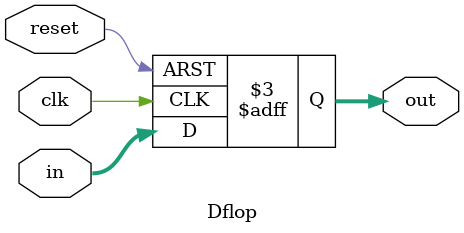
<source format=v>
`timescale 1ns / 1ps


module Dflop(clk,in,out,reset);
        input [31:0] in;
        output reg [31:0] out;
        input reset;
        input clk;
        always @(posedge clk,posedge reset) begin
            if(reset==1)begin //if reset it high
                out<=32'd0;   // out is assigned to zero
            end
            else begin  //elsr the out is updated to input
                out<=in;
            end
        end
endmodule

</source>
